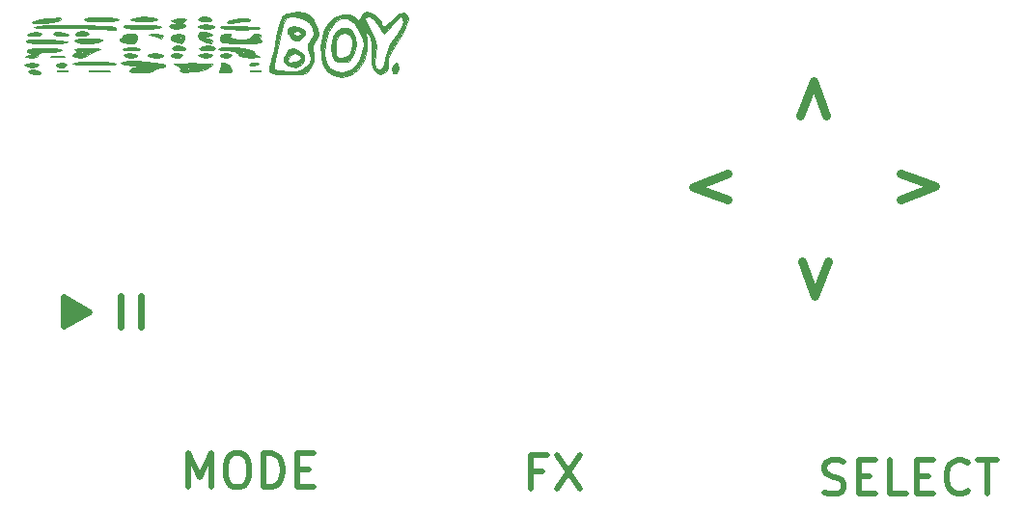
<source format=gbr>
%TF.GenerationSoftware,KiCad,Pcbnew,7.0.9*%
%TF.CreationDate,2024-07-10T14:31:19+10:00*%
%TF.ProjectId,default_panel,64656661-756c-4745-9f70-616e656c2e6b,rev?*%
%TF.SameCoordinates,Original*%
%TF.FileFunction,Legend,Top*%
%TF.FilePolarity,Positive*%
%FSLAX46Y46*%
G04 Gerber Fmt 4.6, Leading zero omitted, Abs format (unit mm)*
G04 Created by KiCad (PCBNEW 7.0.9) date 2024-07-10 14:31:19*
%MOMM*%
%LPD*%
G01*
G04 APERTURE LIST*
%ADD10C,0.600000*%
%ADD11C,0.800000*%
%ADD12C,0.500000*%
%ADD13C,0.010000*%
G04 APERTURE END LIST*
D10*
X94750000Y-126250000D02*
X94750000Y-128950000D01*
X92950000Y-126250000D02*
X92950000Y-128950000D01*
D11*
X161376190Y-115492209D02*
X164423810Y-116635066D01*
X164423810Y-116635066D02*
X161376190Y-117777923D01*
D12*
X88049999Y-126526142D02*
X88049999Y-128811857D01*
X88192857Y-126669000D02*
X88192857Y-128669000D01*
X88335714Y-126669000D02*
X88335714Y-128669000D01*
X88478571Y-126811857D02*
X88478571Y-128526142D01*
X88621428Y-126811857D02*
X88621428Y-128526142D01*
X88764285Y-126954714D02*
X88764285Y-128383285D01*
X88907142Y-126954714D02*
X88907142Y-128383285D01*
X89049999Y-127097571D02*
X89049999Y-128240428D01*
X89192857Y-127240428D02*
X89192857Y-128097571D01*
X89335714Y-127240428D02*
X89335714Y-128097571D01*
X89478571Y-127383285D02*
X89478571Y-127954714D01*
X89621428Y-127383285D02*
X89621428Y-127954714D01*
X89764285Y-127669000D02*
X89907142Y-127669000D01*
X89764285Y-127526142D02*
X89764285Y-127811857D01*
X87907142Y-126526142D02*
X90049999Y-127669000D01*
X90049999Y-127669000D02*
X87907142Y-128811857D01*
X90192857Y-127669000D02*
X87907142Y-128954714D01*
X87907142Y-128954714D02*
X87907142Y-126383285D01*
X87907142Y-126383285D02*
X90192857Y-127669000D01*
X98871428Y-143061857D02*
X98871428Y-140061857D01*
X98871428Y-140061857D02*
X99871428Y-142204714D01*
X99871428Y-142204714D02*
X100871428Y-140061857D01*
X100871428Y-140061857D02*
X100871428Y-143061857D01*
X102871428Y-140061857D02*
X103442856Y-140061857D01*
X103442856Y-140061857D02*
X103728571Y-140204714D01*
X103728571Y-140204714D02*
X104014285Y-140490428D01*
X104014285Y-140490428D02*
X104157142Y-141061857D01*
X104157142Y-141061857D02*
X104157142Y-142061857D01*
X104157142Y-142061857D02*
X104014285Y-142633285D01*
X104014285Y-142633285D02*
X103728571Y-142919000D01*
X103728571Y-142919000D02*
X103442856Y-143061857D01*
X103442856Y-143061857D02*
X102871428Y-143061857D01*
X102871428Y-143061857D02*
X102585714Y-142919000D01*
X102585714Y-142919000D02*
X102299999Y-142633285D01*
X102299999Y-142633285D02*
X102157142Y-142061857D01*
X102157142Y-142061857D02*
X102157142Y-141061857D01*
X102157142Y-141061857D02*
X102299999Y-140490428D01*
X102299999Y-140490428D02*
X102585714Y-140204714D01*
X102585714Y-140204714D02*
X102871428Y-140061857D01*
X105442856Y-143061857D02*
X105442856Y-140061857D01*
X105442856Y-140061857D02*
X106157142Y-140061857D01*
X106157142Y-140061857D02*
X106585713Y-140204714D01*
X106585713Y-140204714D02*
X106871428Y-140490428D01*
X106871428Y-140490428D02*
X107014285Y-140776142D01*
X107014285Y-140776142D02*
X107157142Y-141347571D01*
X107157142Y-141347571D02*
X107157142Y-141776142D01*
X107157142Y-141776142D02*
X107014285Y-142347571D01*
X107014285Y-142347571D02*
X106871428Y-142633285D01*
X106871428Y-142633285D02*
X106585713Y-142919000D01*
X106585713Y-142919000D02*
X106157142Y-143061857D01*
X106157142Y-143061857D02*
X105442856Y-143061857D01*
X108442856Y-141490428D02*
X109442856Y-141490428D01*
X109871428Y-143061857D02*
X108442856Y-143061857D01*
X108442856Y-143061857D02*
X108442856Y-140061857D01*
X108442856Y-140061857D02*
X109871428Y-140061857D01*
D11*
X152542209Y-110473809D02*
X153685066Y-107426190D01*
X153685066Y-107426190D02*
X154827923Y-110473809D01*
D12*
X154671428Y-143519000D02*
X155100000Y-143661857D01*
X155100000Y-143661857D02*
X155814285Y-143661857D01*
X155814285Y-143661857D02*
X156100000Y-143519000D01*
X156100000Y-143519000D02*
X156242857Y-143376142D01*
X156242857Y-143376142D02*
X156385714Y-143090428D01*
X156385714Y-143090428D02*
X156385714Y-142804714D01*
X156385714Y-142804714D02*
X156242857Y-142519000D01*
X156242857Y-142519000D02*
X156100000Y-142376142D01*
X156100000Y-142376142D02*
X155814285Y-142233285D01*
X155814285Y-142233285D02*
X155242857Y-142090428D01*
X155242857Y-142090428D02*
X154957142Y-141947571D01*
X154957142Y-141947571D02*
X154814285Y-141804714D01*
X154814285Y-141804714D02*
X154671428Y-141519000D01*
X154671428Y-141519000D02*
X154671428Y-141233285D01*
X154671428Y-141233285D02*
X154814285Y-140947571D01*
X154814285Y-140947571D02*
X154957142Y-140804714D01*
X154957142Y-140804714D02*
X155242857Y-140661857D01*
X155242857Y-140661857D02*
X155957142Y-140661857D01*
X155957142Y-140661857D02*
X156385714Y-140804714D01*
X157671428Y-142090428D02*
X158671428Y-142090428D01*
X159100000Y-143661857D02*
X157671428Y-143661857D01*
X157671428Y-143661857D02*
X157671428Y-140661857D01*
X157671428Y-140661857D02*
X159100000Y-140661857D01*
X161814286Y-143661857D02*
X160385714Y-143661857D01*
X160385714Y-143661857D02*
X160385714Y-140661857D01*
X162814285Y-142090428D02*
X163814285Y-142090428D01*
X164242857Y-143661857D02*
X162814285Y-143661857D01*
X162814285Y-143661857D02*
X162814285Y-140661857D01*
X162814285Y-140661857D02*
X164242857Y-140661857D01*
X167242857Y-143376142D02*
X167100000Y-143519000D01*
X167100000Y-143519000D02*
X166671428Y-143661857D01*
X166671428Y-143661857D02*
X166385714Y-143661857D01*
X166385714Y-143661857D02*
X165957143Y-143519000D01*
X165957143Y-143519000D02*
X165671428Y-143233285D01*
X165671428Y-143233285D02*
X165528571Y-142947571D01*
X165528571Y-142947571D02*
X165385714Y-142376142D01*
X165385714Y-142376142D02*
X165385714Y-141947571D01*
X165385714Y-141947571D02*
X165528571Y-141376142D01*
X165528571Y-141376142D02*
X165671428Y-141090428D01*
X165671428Y-141090428D02*
X165957143Y-140804714D01*
X165957143Y-140804714D02*
X166385714Y-140661857D01*
X166385714Y-140661857D02*
X166671428Y-140661857D01*
X166671428Y-140661857D02*
X167100000Y-140804714D01*
X167100000Y-140804714D02*
X167242857Y-140947571D01*
X168100000Y-140661857D02*
X169814286Y-140661857D01*
X168957143Y-143661857D02*
X168957143Y-140661857D01*
X129949999Y-141640428D02*
X128949999Y-141640428D01*
X128949999Y-143211857D02*
X128949999Y-140211857D01*
X128949999Y-140211857D02*
X130378571Y-140211857D01*
X131235714Y-140211857D02*
X133235714Y-143211857D01*
X133235714Y-140211857D02*
X131235714Y-143211857D01*
D11*
X154957790Y-123226190D02*
X153814933Y-126273810D01*
X153814933Y-126273810D02*
X152672076Y-123226190D01*
X146223809Y-117807790D02*
X143176190Y-116664933D01*
X143176190Y-116664933D02*
X146223809Y-115522076D01*
%TO.C,G\u002A\u002A\u002A*%
D13*
X85661909Y-106480744D02*
X85868296Y-106615257D01*
X85794853Y-106756906D01*
X85440549Y-106779358D01*
X84987988Y-106688968D01*
X84781437Y-106569101D01*
X84880922Y-106447547D01*
X85209183Y-106405000D01*
X85661909Y-106480744D01*
G36*
X85661909Y-106480744D02*
G01*
X85868296Y-106615257D01*
X85794853Y-106756906D01*
X85440549Y-106779358D01*
X84987988Y-106688968D01*
X84781437Y-106569101D01*
X84880922Y-106447547D01*
X85209183Y-106405000D01*
X85661909Y-106480744D01*
G37*
X87935827Y-105197667D02*
X88021000Y-105247243D01*
X87743676Y-105279196D01*
X87350834Y-105286127D01*
X86870577Y-105270287D01*
X86730105Y-105232358D01*
X86877494Y-105194778D01*
X87503475Y-105159958D01*
X87935827Y-105197667D01*
G36*
X87935827Y-105197667D02*
G01*
X88021000Y-105247243D01*
X87743676Y-105279196D01*
X87350834Y-105286127D01*
X86870577Y-105270287D01*
X86730105Y-105232358D01*
X86877494Y-105194778D01*
X87503475Y-105159958D01*
X87935827Y-105197667D01*
G37*
X88146786Y-105837190D02*
X88197500Y-105981666D01*
X87898951Y-106159480D01*
X87655842Y-106193333D01*
X87318731Y-106102285D01*
X87245000Y-105981666D01*
X87426515Y-105823901D01*
X87786659Y-105770000D01*
X88146786Y-105837190D01*
G36*
X88146786Y-105837190D02*
G01*
X88197500Y-105981666D01*
X87898951Y-106159480D01*
X87655842Y-106193333D01*
X87318731Y-106102285D01*
X87245000Y-105981666D01*
X87426515Y-105823901D01*
X87786659Y-105770000D01*
X88146786Y-105837190D01*
G37*
X88252885Y-106471234D02*
X88302364Y-106528449D01*
X87998398Y-106560553D01*
X87774167Y-106563287D01*
X87364257Y-106542447D01*
X87302067Y-106494640D01*
X87406218Y-106466963D01*
X87957743Y-106432884D01*
X88252885Y-106471234D01*
G36*
X88252885Y-106471234D02*
G01*
X88302364Y-106528449D01*
X87998398Y-106560553D01*
X87774167Y-106563287D01*
X87364257Y-106542447D01*
X87302067Y-106494640D01*
X87406218Y-106466963D01*
X87957743Y-106432884D01*
X88252885Y-106471234D01*
G37*
X102565288Y-104995789D02*
X102696667Y-105135000D01*
X102515527Y-105294114D01*
X102167500Y-105346666D01*
X101769713Y-105274210D01*
X101638334Y-105135000D01*
X101819474Y-104975885D01*
X102167500Y-104923333D01*
X102565288Y-104995789D01*
G36*
X102565288Y-104995789D02*
G01*
X102696667Y-105135000D01*
X102515527Y-105294114D01*
X102167500Y-105346666D01*
X101769713Y-105274210D01*
X101638334Y-105135000D01*
X101819474Y-104975885D01*
X102167500Y-104923333D01*
X102565288Y-104995789D01*
G37*
X104946222Y-105804143D02*
X105025000Y-105851146D01*
X104850475Y-105962333D01*
X104601667Y-106042996D01*
X104264147Y-106054867D01*
X104178334Y-105961850D01*
X104355790Y-105805918D01*
X104601667Y-105770000D01*
X104946222Y-105804143D01*
G36*
X104946222Y-105804143D02*
G01*
X105025000Y-105851146D01*
X104850475Y-105962333D01*
X104601667Y-106042996D01*
X104264147Y-106054867D01*
X104178334Y-105961850D01*
X104355790Y-105805918D01*
X104601667Y-105770000D01*
X104946222Y-105804143D01*
G37*
X105186218Y-106471234D02*
X105235697Y-106528449D01*
X104931732Y-106560553D01*
X104707500Y-106563287D01*
X104297590Y-106542447D01*
X104235400Y-106494640D01*
X104339551Y-106466963D01*
X104891077Y-106432884D01*
X105186218Y-106471234D01*
G36*
X105186218Y-106471234D02*
G01*
X105235697Y-106528449D01*
X104931732Y-106560553D01*
X104707500Y-106563287D01*
X104297590Y-106542447D01*
X104235400Y-106494640D01*
X104339551Y-106466963D01*
X104891077Y-106432884D01*
X105186218Y-106471234D01*
G37*
X87639198Y-103062306D02*
X88197500Y-103230000D01*
X88396221Y-103348215D01*
X88245140Y-103407367D01*
X87827084Y-103426789D01*
X87317056Y-103386549D01*
X87046490Y-103268120D01*
X87033334Y-103230000D01*
X87205979Y-103061095D01*
X87639198Y-103062306D01*
G36*
X87639198Y-103062306D02*
G01*
X88197500Y-103230000D01*
X88396221Y-103348215D01*
X88245140Y-103407367D01*
X87827084Y-103426789D01*
X87317056Y-103386549D01*
X87046490Y-103268120D01*
X87033334Y-103230000D01*
X87205979Y-103061095D01*
X87639198Y-103062306D01*
G37*
X117266534Y-105935940D02*
X117290837Y-106292666D01*
X117187354Y-106628532D01*
X117104626Y-106713460D01*
X116831129Y-106691733D01*
X116786439Y-106639220D01*
X116747837Y-106297744D01*
X116888245Y-105932120D01*
X117112646Y-105770000D01*
X117266534Y-105935940D01*
G36*
X117266534Y-105935940D02*
G01*
X117290837Y-106292666D01*
X117187354Y-106628532D01*
X117104626Y-106713460D01*
X116831129Y-106691733D01*
X116786439Y-106639220D01*
X116747837Y-106297744D01*
X116888245Y-105932120D01*
X117112646Y-105770000D01*
X117266534Y-105935940D01*
G37*
X85851341Y-103128432D02*
X85975000Y-103225860D01*
X85790313Y-103374240D01*
X85342009Y-103441334D01*
X85304722Y-103441666D01*
X84880964Y-103410972D01*
X84742317Y-103336114D01*
X84749585Y-103326525D01*
X85054014Y-103179846D01*
X85483741Y-103108683D01*
X85851341Y-103128432D01*
G36*
X85851341Y-103128432D02*
G01*
X85975000Y-103225860D01*
X85790313Y-103374240D01*
X85342009Y-103441334D01*
X85304722Y-103441666D01*
X84880964Y-103410972D01*
X84742317Y-103336114D01*
X84749585Y-103326525D01*
X85054014Y-103179846D01*
X85483741Y-103108683D01*
X85851341Y-103128432D01*
G37*
X90008967Y-103075658D02*
X90106675Y-103222738D01*
X90102500Y-103230000D01*
X89810732Y-103393847D01*
X89455008Y-103441666D01*
X89063237Y-103367617D01*
X88938334Y-103230000D01*
X89122546Y-103082493D01*
X89567594Y-103018416D01*
X89585825Y-103018333D01*
X90008967Y-103075658D01*
G36*
X90008967Y-103075658D02*
G01*
X90106675Y-103222738D01*
X90102500Y-103230000D01*
X89810732Y-103393847D01*
X89455008Y-103441666D01*
X89063237Y-103367617D01*
X88938334Y-103230000D01*
X89122546Y-103082493D01*
X89567594Y-103018416D01*
X89585825Y-103018333D01*
X90008967Y-103075658D01*
G37*
X91848750Y-106462474D02*
X92034920Y-106500333D01*
X91841950Y-106529145D01*
X91314013Y-106544287D01*
X91055000Y-106545503D01*
X90419012Y-106536310D01*
X90102347Y-106511811D01*
X90149176Y-106476628D01*
X90261250Y-106462474D01*
X91056044Y-106428224D01*
X91848750Y-106462474D01*
G36*
X91848750Y-106462474D02*
G01*
X92034920Y-106500333D01*
X91841950Y-106529145D01*
X91314013Y-106544287D01*
X91055000Y-106545503D01*
X90419012Y-106536310D01*
X90102347Y-106511811D01*
X90149176Y-106476628D01*
X90261250Y-106462474D01*
X91056044Y-106428224D01*
X91848750Y-106462474D01*
G37*
X94136524Y-105001377D02*
X94335834Y-105135000D01*
X94253122Y-105284907D01*
X93841310Y-105346564D01*
X93819159Y-105346666D01*
X93367934Y-105286447D01*
X93171922Y-105140960D01*
X93171667Y-105135000D01*
X93352418Y-104974502D01*
X93688342Y-104923333D01*
X94136524Y-105001377D01*
G36*
X94136524Y-105001377D02*
G01*
X94335834Y-105135000D01*
X94253122Y-105284907D01*
X93841310Y-105346564D01*
X93819159Y-105346666D01*
X93367934Y-105286447D01*
X93171922Y-105140960D01*
X93171667Y-105135000D01*
X93352418Y-104974502D01*
X93688342Y-104923333D01*
X94136524Y-105001377D01*
G37*
X94151142Y-104456904D02*
X94536947Y-104532530D01*
X94653334Y-104630508D01*
X94464695Y-104676970D01*
X93990329Y-104697836D01*
X93753750Y-104696789D01*
X93240290Y-104666303D01*
X93129308Y-104594082D01*
X93262954Y-104521810D01*
X93666425Y-104448635D01*
X94151142Y-104456904D01*
G36*
X94151142Y-104456904D02*
G01*
X94536947Y-104532530D01*
X94653334Y-104630508D01*
X94464695Y-104676970D01*
X93990329Y-104697836D01*
X93753750Y-104696789D01*
X93240290Y-104666303D01*
X93129308Y-104594082D01*
X93262954Y-104521810D01*
X93666425Y-104448635D01*
X94151142Y-104456904D01*
G37*
X96399663Y-104988580D02*
X96664167Y-105135000D01*
X96574742Y-105279030D01*
X96143525Y-105345104D01*
X96041659Y-105346666D01*
X95547051Y-105294322D01*
X95296109Y-105165346D01*
X95288334Y-105135000D01*
X95471975Y-104985245D01*
X95910842Y-104923333D01*
X96399663Y-104988580D01*
G36*
X96399663Y-104988580D02*
G01*
X96664167Y-105135000D01*
X96574742Y-105279030D01*
X96143525Y-105345104D01*
X96041659Y-105346666D01*
X95547051Y-105294322D01*
X95296109Y-105165346D01*
X95288334Y-105135000D01*
X95471975Y-104985245D01*
X95910842Y-104923333D01*
X96399663Y-104988580D01*
G37*
X98258592Y-104979696D02*
X98363116Y-105124925D01*
X98357500Y-105135000D01*
X98058073Y-105314663D01*
X97828334Y-105346666D01*
X97428347Y-105246564D01*
X97299167Y-105135000D01*
X97382722Y-104985837D01*
X97797042Y-104923529D01*
X97828334Y-104923333D01*
X98258592Y-104979696D01*
G36*
X98258592Y-104979696D02*
G01*
X98363116Y-105124925D01*
X98357500Y-105135000D01*
X98058073Y-105314663D01*
X97828334Y-105346666D01*
X97428347Y-105246564D01*
X97299167Y-105135000D01*
X97382722Y-104985837D01*
X97797042Y-104923529D01*
X97828334Y-104923333D01*
X98258592Y-104979696D01*
G37*
X98369857Y-104366377D02*
X98569167Y-104500000D01*
X98486455Y-104649907D01*
X98074643Y-104711564D01*
X98052492Y-104711666D01*
X97601267Y-104651447D01*
X97405255Y-104505960D01*
X97405000Y-104500000D01*
X97585752Y-104339502D01*
X97921675Y-104288333D01*
X98369857Y-104366377D01*
G36*
X98369857Y-104366377D02*
G01*
X98569167Y-104500000D01*
X98486455Y-104649907D01*
X98074643Y-104711564D01*
X98052492Y-104711666D01*
X97601267Y-104651447D01*
X97405255Y-104505960D01*
X97405000Y-104500000D01*
X97585752Y-104339502D01*
X97921675Y-104288333D01*
X98369857Y-104366377D01*
G37*
X100698190Y-101826377D02*
X100897500Y-101960000D01*
X100814789Y-102109907D01*
X100402977Y-102171564D01*
X100380825Y-102171666D01*
X99929601Y-102111447D01*
X99733589Y-101965960D01*
X99733334Y-101960000D01*
X99914085Y-101799502D01*
X100250008Y-101748333D01*
X100698190Y-101826377D01*
G36*
X100698190Y-101826377D02*
G01*
X100897500Y-101960000D01*
X100814789Y-102109907D01*
X100402977Y-102171564D01*
X100380825Y-102171666D01*
X99929601Y-102111447D01*
X99733589Y-101965960D01*
X99733334Y-101960000D01*
X99914085Y-101799502D01*
X100250008Y-101748333D01*
X100698190Y-101826377D01*
G37*
X100844663Y-102448580D02*
X101109167Y-102595000D01*
X101019742Y-102739030D01*
X100588525Y-102805104D01*
X100486659Y-102806666D01*
X99992051Y-102754322D01*
X99741109Y-102625346D01*
X99733334Y-102595000D01*
X99916975Y-102445245D01*
X100355842Y-102383333D01*
X100844663Y-102448580D01*
G36*
X100844663Y-102448580D02*
G01*
X101109167Y-102595000D01*
X101019742Y-102739030D01*
X100588525Y-102805104D01*
X100486659Y-102806666D01*
X99992051Y-102754322D01*
X99741109Y-102625346D01*
X99733334Y-102595000D01*
X99916975Y-102445245D01*
X100355842Y-102383333D01*
X100844663Y-102448580D01*
G37*
X101032917Y-104350775D02*
X101215000Y-104500000D01*
X101028707Y-104638973D01*
X100569679Y-104709481D01*
X100461675Y-104711666D01*
X99980054Y-104661529D01*
X99826868Y-104528893D01*
X99839167Y-104500000D01*
X100125307Y-104347501D01*
X100592492Y-104288333D01*
X101032917Y-104350775D01*
G36*
X101032917Y-104350775D02*
G01*
X101215000Y-104500000D01*
X101028707Y-104638973D01*
X100569679Y-104709481D01*
X100461675Y-104711666D01*
X99980054Y-104661529D01*
X99826868Y-104528893D01*
X99839167Y-104500000D01*
X100125307Y-104347501D01*
X100592492Y-104288333D01*
X101032917Y-104350775D01*
G37*
X85574188Y-105831310D02*
X85763285Y-105979033D01*
X85763334Y-105981666D01*
X85579402Y-106130284D01*
X85136234Y-106193317D01*
X85128334Y-106193333D01*
X84682479Y-106132022D01*
X84493382Y-105984300D01*
X84493334Y-105981666D01*
X84677265Y-105833048D01*
X85120433Y-105770016D01*
X85128334Y-105770000D01*
X85574188Y-105831310D01*
G36*
X85574188Y-105831310D02*
G01*
X85763285Y-105979033D01*
X85763334Y-105981666D01*
X85579402Y-106130284D01*
X85136234Y-106193317D01*
X85128334Y-106193333D01*
X84682479Y-106132022D01*
X84493382Y-105984300D01*
X84493334Y-105981666D01*
X84677265Y-105833048D01*
X85120433Y-105770016D01*
X85128334Y-105770000D01*
X85574188Y-105831310D01*
G37*
X90914882Y-103678410D02*
X91287937Y-103742324D01*
X91284824Y-103852535D01*
X91266667Y-103865000D01*
X90859567Y-103996562D01*
X90254439Y-104060876D01*
X89608714Y-104057941D01*
X89079824Y-103987758D01*
X88832500Y-103865000D01*
X88949894Y-103746176D01*
X89450713Y-103675049D01*
X90142925Y-103656574D01*
X90914882Y-103678410D01*
G36*
X90914882Y-103678410D02*
G01*
X91287937Y-103742324D01*
X91284824Y-103852535D01*
X91266667Y-103865000D01*
X90859567Y-103996562D01*
X90254439Y-104060876D01*
X89608714Y-104057941D01*
X89079824Y-103987758D01*
X88832500Y-103865000D01*
X88949894Y-103746176D01*
X89450713Y-103675049D01*
X90142925Y-103656574D01*
X90914882Y-103678410D01*
G37*
X95608371Y-101783129D02*
X96031225Y-101872889D01*
X96135000Y-101960000D01*
X95943620Y-102075915D01*
X95449939Y-102152798D01*
X94970834Y-102171666D01*
X94333296Y-102136870D01*
X93910442Y-102047110D01*
X93806667Y-101960000D01*
X93998047Y-101844084D01*
X94491728Y-101767201D01*
X94970834Y-101748333D01*
X95608371Y-101783129D01*
G36*
X95608371Y-101783129D02*
G01*
X96031225Y-101872889D01*
X96135000Y-101960000D01*
X95943620Y-102075915D01*
X95449939Y-102152798D01*
X94970834Y-102171666D01*
X94333296Y-102136870D01*
X93910442Y-102047110D01*
X93806667Y-101960000D01*
X93998047Y-101844084D01*
X94491728Y-101767201D01*
X94970834Y-101748333D01*
X95608371Y-101783129D01*
G37*
X96501677Y-103285190D02*
X96677784Y-103404375D01*
X96664167Y-103441666D01*
X96513195Y-103624886D01*
X96492925Y-103628290D01*
X96282980Y-103564559D01*
X95832196Y-103445409D01*
X95817500Y-103441666D01*
X95428763Y-103336137D01*
X95401482Y-103285888D01*
X95761847Y-103262374D01*
X95988742Y-103255043D01*
X96501677Y-103285190D01*
G36*
X96501677Y-103285190D02*
G01*
X96677784Y-103404375D01*
X96664167Y-103441666D01*
X96513195Y-103624886D01*
X96492925Y-103628290D01*
X96282980Y-103564559D01*
X95832196Y-103445409D01*
X95817500Y-103441666D01*
X95428763Y-103336137D01*
X95401482Y-103285888D01*
X95761847Y-103262374D01*
X95988742Y-103255043D01*
X96501677Y-103285190D01*
G37*
X100814188Y-104984643D02*
X101003285Y-105132366D01*
X101003334Y-105135000D01*
X100819402Y-105283618D01*
X100376234Y-105346650D01*
X100368334Y-105346666D01*
X99922479Y-105285356D01*
X99733382Y-105137633D01*
X99733334Y-105135000D01*
X99917265Y-104986381D01*
X100360433Y-104923349D01*
X100368334Y-104923333D01*
X100814188Y-104984643D01*
G36*
X100814188Y-104984643D02*
G01*
X101003285Y-105132366D01*
X101003334Y-105135000D01*
X100819402Y-105283618D01*
X100376234Y-105346650D01*
X100368334Y-105346666D01*
X99922479Y-105285356D01*
X99733382Y-105137633D01*
X99733334Y-105135000D01*
X99917265Y-104986381D01*
X100360433Y-104923349D01*
X100368334Y-104923333D01*
X100814188Y-104984643D01*
G37*
X87650695Y-101880768D02*
X87680665Y-101997246D01*
X87440896Y-102097142D01*
X86872787Y-102197762D01*
X86345417Y-102266230D01*
X85637174Y-102320057D01*
X85213678Y-102283917D01*
X85128334Y-102213108D01*
X85316233Y-102106218D01*
X85785921Y-101996717D01*
X86396387Y-101903185D01*
X87006616Y-101844199D01*
X87475595Y-101838341D01*
X87650695Y-101880768D01*
G36*
X87650695Y-101880768D02*
G01*
X87680665Y-101997246D01*
X87440896Y-102097142D01*
X86872787Y-102197762D01*
X86345417Y-102266230D01*
X85637174Y-102320057D01*
X85213678Y-102283917D01*
X85128334Y-102213108D01*
X85316233Y-102106218D01*
X85785921Y-101996717D01*
X86396387Y-101903185D01*
X87006616Y-101844199D01*
X87475595Y-101838341D01*
X87650695Y-101880768D01*
G37*
X102437431Y-105952735D02*
X102682814Y-106387827D01*
X102696667Y-106528145D01*
X102511804Y-106589395D01*
X102064060Y-106616585D01*
X102035749Y-106616666D01*
X101605069Y-106582709D01*
X101530322Y-106452337D01*
X101610580Y-106332608D01*
X101744853Y-106023963D01*
X101707053Y-105909274D01*
X101765094Y-105799707D01*
X102003743Y-105770000D01*
X102437431Y-105952735D01*
G36*
X102437431Y-105952735D02*
G01*
X102682814Y-106387827D01*
X102696667Y-106528145D01*
X102511804Y-106589395D01*
X102064060Y-106616585D01*
X102035749Y-106616666D01*
X101605069Y-106582709D01*
X101530322Y-106452337D01*
X101610580Y-106332608D01*
X101744853Y-106023963D01*
X101707053Y-105909274D01*
X101765094Y-105799707D01*
X102003743Y-105770000D01*
X102437431Y-105952735D01*
G37*
X103977538Y-101898682D02*
X104273584Y-101991648D01*
X104229556Y-102108912D01*
X103848342Y-102168826D01*
X103708812Y-102171666D01*
X103098521Y-102206113D01*
X102636790Y-102290057D01*
X102608145Y-102300145D01*
X102325336Y-102309758D01*
X102273334Y-102216545D01*
X102458562Y-102065238D01*
X102909293Y-101950025D01*
X103468095Y-101888606D01*
X103977538Y-101898682D01*
G36*
X103977538Y-101898682D02*
G01*
X104273584Y-101991648D01*
X104229556Y-102108912D01*
X103848342Y-102168826D01*
X103708812Y-102171666D01*
X103098521Y-102206113D01*
X102636790Y-102290057D01*
X102608145Y-102300145D01*
X102325336Y-102309758D01*
X102273334Y-102216545D01*
X102458562Y-102065238D01*
X102909293Y-101950025D01*
X103468095Y-101888606D01*
X103977538Y-101898682D01*
G37*
X94864479Y-102434743D02*
X95831565Y-102491513D01*
X96379341Y-102574129D01*
X96507780Y-102664547D01*
X96216858Y-102744723D01*
X95506549Y-102796612D01*
X94865000Y-102806666D01*
X94018811Y-102781672D01*
X93430228Y-102713145D01*
X93176171Y-102610768D01*
X93171667Y-102593493D01*
X93372156Y-102489107D01*
X93933338Y-102433597D01*
X94794782Y-102432631D01*
X94864479Y-102434743D01*
G36*
X94864479Y-102434743D02*
G01*
X95831565Y-102491513D01*
X96379341Y-102574129D01*
X96507780Y-102664547D01*
X96216858Y-102744723D01*
X95506549Y-102796612D01*
X94865000Y-102806666D01*
X94018811Y-102781672D01*
X93430228Y-102713145D01*
X93176171Y-102610768D01*
X93171667Y-102593493D01*
X93372156Y-102489107D01*
X93933338Y-102433597D01*
X94794782Y-102432631D01*
X94864479Y-102434743D01*
G37*
X86891676Y-103752351D02*
X87586641Y-103802134D01*
X88081619Y-103878073D01*
X88240721Y-103943498D01*
X88105033Y-104001094D01*
X87631041Y-104046151D01*
X86903726Y-104072450D01*
X86421119Y-104076666D01*
X85451242Y-104055650D01*
X84831180Y-103995047D01*
X84592834Y-103898526D01*
X84597935Y-103866992D01*
X84849851Y-103786045D01*
X85398980Y-103741696D01*
X86121022Y-103731335D01*
X86891676Y-103752351D01*
G36*
X86891676Y-103752351D02*
G01*
X87586641Y-103802134D01*
X88081619Y-103878073D01*
X88240721Y-103943498D01*
X88105033Y-104001094D01*
X87631041Y-104046151D01*
X86903726Y-104072450D01*
X86421119Y-104076666D01*
X85451242Y-104055650D01*
X84831180Y-103995047D01*
X84592834Y-103898526D01*
X84597935Y-103866992D01*
X84849851Y-103786045D01*
X85398980Y-103741696D01*
X86121022Y-103731335D01*
X86891676Y-103752351D01*
G37*
X91919807Y-101804727D02*
X92481024Y-101866382D01*
X92741396Y-101956086D01*
X92748334Y-101974502D01*
X92558735Y-102074883D01*
X92075142Y-102138983D01*
X91425358Y-102166539D01*
X90737187Y-102157294D01*
X90138432Y-102110985D01*
X89756896Y-102027353D01*
X89691977Y-101980727D01*
X89826599Y-101887872D01*
X90296150Y-101818666D01*
X91012392Y-101784951D01*
X91161152Y-101783563D01*
X91919807Y-101804727D01*
G36*
X91919807Y-101804727D02*
G01*
X92481024Y-101866382D01*
X92741396Y-101956086D01*
X92748334Y-101974502D01*
X92558735Y-102074883D01*
X92075142Y-102138983D01*
X91425358Y-102166539D01*
X90737187Y-102157294D01*
X90138432Y-102110985D01*
X89756896Y-102027353D01*
X89691977Y-101980727D01*
X89826599Y-101887872D01*
X90296150Y-101818666D01*
X91012392Y-101784951D01*
X91161152Y-101783563D01*
X91919807Y-101804727D01*
G37*
X90873162Y-105701644D02*
X91598682Y-105728347D01*
X92168414Y-105776027D01*
X92466689Y-105843768D01*
X92478178Y-105852621D01*
X92340858Y-105908606D01*
X91865707Y-105952337D01*
X91138183Y-105977726D01*
X90666945Y-105981666D01*
X89819565Y-105965627D01*
X89159810Y-105922613D01*
X88781257Y-105860280D01*
X88726605Y-105822916D01*
X88918577Y-105756553D01*
X89417440Y-105714831D01*
X90107525Y-105696833D01*
X90873162Y-105701644D01*
G36*
X90873162Y-105701644D02*
G01*
X91598682Y-105728347D01*
X92168414Y-105776027D01*
X92466689Y-105843768D01*
X92478178Y-105852621D01*
X92340858Y-105908606D01*
X91865707Y-105952337D01*
X91138183Y-105977726D01*
X90666945Y-105981666D01*
X89819565Y-105965627D01*
X89159810Y-105922613D01*
X88781257Y-105860280D01*
X88726605Y-105822916D01*
X88918577Y-105756553D01*
X89417440Y-105714831D01*
X90107525Y-105696833D01*
X90873162Y-105701644D01*
G37*
X103766963Y-102565611D02*
X104475776Y-102608307D01*
X105020750Y-102671579D01*
X105025000Y-102672315D01*
X105139007Y-102727962D01*
X104923049Y-102782190D01*
X104470454Y-102827772D01*
X103874551Y-102857480D01*
X103228668Y-102864089D01*
X102749584Y-102848521D01*
X102128598Y-102786197D01*
X101725265Y-102694724D01*
X101638334Y-102629935D01*
X101829998Y-102575653D01*
X102326824Y-102547817D01*
X103011563Y-102544958D01*
X103766963Y-102565611D01*
G36*
X103766963Y-102565611D02*
G01*
X104475776Y-102608307D01*
X105020750Y-102671579D01*
X105025000Y-102672315D01*
X105139007Y-102727962D01*
X104923049Y-102782190D01*
X104470454Y-102827772D01*
X103874551Y-102857480D01*
X103228668Y-102864089D01*
X102749584Y-102848521D01*
X102128598Y-102786197D01*
X101725265Y-102694724D01*
X101638334Y-102629935D01*
X101829998Y-102575653D01*
X102326824Y-102547817D01*
X103011563Y-102544958D01*
X103766963Y-102565611D01*
G37*
X94217699Y-103265814D02*
X94388329Y-103401995D01*
X94358479Y-103564811D01*
X94246409Y-103902231D01*
X94230000Y-103988145D01*
X94054723Y-104074035D01*
X93651007Y-104077399D01*
X93202029Y-104014630D01*
X92890962Y-103902124D01*
X92854167Y-103865000D01*
X92877972Y-103670266D01*
X92960000Y-103653333D01*
X93098031Y-103524395D01*
X93065834Y-103441666D01*
X93156576Y-103298779D01*
X93591459Y-103232020D01*
X93710988Y-103230000D01*
X94217699Y-103265814D01*
G36*
X94217699Y-103265814D02*
G01*
X94388329Y-103401995D01*
X94358479Y-103564811D01*
X94246409Y-103902231D01*
X94230000Y-103988145D01*
X94054723Y-104074035D01*
X93651007Y-104077399D01*
X93202029Y-104014630D01*
X92890962Y-103902124D01*
X92854167Y-103865000D01*
X92877972Y-103670266D01*
X92960000Y-103653333D01*
X93098031Y-103524395D01*
X93065834Y-103441666D01*
X93156576Y-103298779D01*
X93591459Y-103232020D01*
X93710988Y-103230000D01*
X94217699Y-103265814D01*
G37*
X100721438Y-103167338D02*
X100951900Y-103289048D01*
X100818614Y-103391349D01*
X100580000Y-103463739D01*
X100225522Y-103572248D01*
X100266872Y-103616365D01*
X100527084Y-103632234D01*
X100899245Y-103728693D01*
X101003334Y-103865000D01*
X100884448Y-104048278D01*
X100844584Y-104047841D01*
X100527849Y-103988233D01*
X100209584Y-103927286D01*
X99812134Y-103692418D01*
X99733334Y-103426945D01*
X99880703Y-103085172D01*
X100322745Y-103047270D01*
X100721438Y-103167338D01*
G36*
X100721438Y-103167338D02*
G01*
X100951900Y-103289048D01*
X100818614Y-103391349D01*
X100580000Y-103463739D01*
X100225522Y-103572248D01*
X100266872Y-103616365D01*
X100527084Y-103632234D01*
X100899245Y-103728693D01*
X101003334Y-103865000D01*
X100884448Y-104048278D01*
X100844584Y-104047841D01*
X100527849Y-103988233D01*
X100209584Y-103927286D01*
X99812134Y-103692418D01*
X99733334Y-103426945D01*
X99880703Y-103085172D01*
X100322745Y-103047270D01*
X100721438Y-103167338D01*
G37*
X98458330Y-103282654D02*
X98554873Y-103497638D01*
X98524664Y-103653333D01*
X98380696Y-103982455D01*
X98279897Y-104047841D01*
X97984571Y-103988259D01*
X97681287Y-103928820D01*
X97348033Y-103757814D01*
X97346011Y-103547500D01*
X98040000Y-103547500D01*
X98145834Y-103653333D01*
X98251667Y-103547500D01*
X98145834Y-103441666D01*
X98040000Y-103547500D01*
X97346011Y-103547500D01*
X97345699Y-103515057D01*
X97620266Y-103304962D01*
X98042830Y-103230000D01*
X98458330Y-103282654D01*
G36*
X98458330Y-103282654D02*
G01*
X98554873Y-103497638D01*
X98524664Y-103653333D01*
X98380696Y-103982455D01*
X98279897Y-104047841D01*
X97984571Y-103988259D01*
X97681287Y-103928820D01*
X97348033Y-103757814D01*
X97346011Y-103547500D01*
X98040000Y-103547500D01*
X98145834Y-103653333D01*
X98251667Y-103547500D01*
X98145834Y-103441666D01*
X98040000Y-103547500D01*
X97346011Y-103547500D01*
X97345699Y-103515057D01*
X97620266Y-103304962D01*
X98042830Y-103230000D01*
X98458330Y-103282654D01*
G37*
X98680520Y-101930746D02*
X98545222Y-102120251D01*
X98457204Y-102179934D01*
X98277010Y-102341317D01*
X98422909Y-102380092D01*
X98598274Y-102501124D01*
X98569167Y-102595000D01*
X98283026Y-102747498D01*
X97815842Y-102806666D01*
X97375417Y-102744224D01*
X97193334Y-102595000D01*
X97373270Y-102421623D01*
X97669584Y-102362234D01*
X97982830Y-102337357D01*
X97911116Y-102277293D01*
X97616667Y-102188054D01*
X97299969Y-102081991D01*
X97328933Y-102011067D01*
X97737894Y-101931271D01*
X97828334Y-101916741D01*
X98434024Y-101859756D01*
X98680520Y-101930746D01*
G36*
X98680520Y-101930746D02*
G01*
X98545222Y-102120251D01*
X98457204Y-102179934D01*
X98277010Y-102341317D01*
X98422909Y-102380092D01*
X98598274Y-102501124D01*
X98569167Y-102595000D01*
X98283026Y-102747498D01*
X97815842Y-102806666D01*
X97375417Y-102744224D01*
X97193334Y-102595000D01*
X97373270Y-102421623D01*
X97669584Y-102362234D01*
X97982830Y-102337357D01*
X97911116Y-102277293D01*
X97616667Y-102188054D01*
X97299969Y-102081991D01*
X97328933Y-102011067D01*
X97737894Y-101931271D01*
X97828334Y-101916741D01*
X98434024Y-101859756D01*
X98680520Y-101930746D01*
G37*
X108771599Y-102702251D02*
X109089851Y-102976129D01*
X109070237Y-103344814D01*
X108933021Y-103525074D01*
X108578073Y-103810003D01*
X108250265Y-103798692D01*
X107935417Y-103636379D01*
X107625772Y-103269078D01*
X107616683Y-103230000D01*
X108094167Y-103230000D01*
X108355040Y-103433415D01*
X108411667Y-103441666D01*
X108685782Y-103288422D01*
X108729167Y-103230000D01*
X108662688Y-103064929D01*
X108411667Y-103018333D01*
X108111209Y-103097887D01*
X108094167Y-103230000D01*
X107616683Y-103230000D01*
X107565000Y-103007815D01*
X107675055Y-102699387D01*
X108072026Y-102596843D01*
X108174083Y-102595000D01*
X108771599Y-102702251D01*
G36*
X108771599Y-102702251D02*
G01*
X109089851Y-102976129D01*
X109070237Y-103344814D01*
X108933021Y-103525074D01*
X108578073Y-103810003D01*
X108250265Y-103798692D01*
X107935417Y-103636379D01*
X107625772Y-103269078D01*
X107616683Y-103230000D01*
X108094167Y-103230000D01*
X108355040Y-103433415D01*
X108411667Y-103441666D01*
X108685782Y-103288422D01*
X108729167Y-103230000D01*
X108662688Y-103064929D01*
X108411667Y-103018333D01*
X108111209Y-103097887D01*
X108094167Y-103230000D01*
X107616683Y-103230000D01*
X107565000Y-103007815D01*
X107675055Y-102699387D01*
X108072026Y-102596843D01*
X108174083Y-102595000D01*
X108771599Y-102702251D01*
G37*
X108637249Y-104719113D02*
X108986889Y-105105698D01*
X108999496Y-105606673D01*
X108792667Y-105939333D01*
X108285322Y-106178166D01*
X107684534Y-106045247D01*
X107483971Y-105920144D01*
X107241451Y-105663733D01*
X107248328Y-105566904D01*
X107581922Y-105566904D01*
X107755726Y-105736073D01*
X108147084Y-105731142D01*
X108592075Y-105577834D01*
X108729167Y-105349565D01*
X108563761Y-105060300D01*
X108200947Y-104953997D01*
X107840831Y-105068035D01*
X107752355Y-105167090D01*
X107581922Y-105566904D01*
X107248328Y-105566904D01*
X107265023Y-105331865D01*
X107371657Y-105073478D01*
X107703981Y-104611720D01*
X108151309Y-104529214D01*
X108637249Y-104719113D01*
G36*
X108637249Y-104719113D02*
G01*
X108986889Y-105105698D01*
X108999496Y-105606673D01*
X108792667Y-105939333D01*
X108285322Y-106178166D01*
X107684534Y-106045247D01*
X107483971Y-105920144D01*
X107241451Y-105663733D01*
X107248328Y-105566904D01*
X107581922Y-105566904D01*
X107755726Y-105736073D01*
X108147084Y-105731142D01*
X108592075Y-105577834D01*
X108729167Y-105349565D01*
X108563761Y-105060300D01*
X108200947Y-104953997D01*
X107840831Y-105068035D01*
X107752355Y-105167090D01*
X107581922Y-105566904D01*
X107248328Y-105566904D01*
X107265023Y-105331865D01*
X107371657Y-105073478D01*
X107703981Y-104611720D01*
X108151309Y-104529214D01*
X108637249Y-104719113D01*
G37*
X87048044Y-104522159D02*
X87575315Y-104580875D01*
X87793385Y-104664508D01*
X87790573Y-104685121D01*
X87528495Y-104784937D01*
X86999544Y-104822040D01*
X86719747Y-104813601D01*
X86089901Y-104815609D01*
X85801764Y-104930992D01*
X85763334Y-105051813D01*
X85571044Y-105274783D01*
X85075417Y-105325567D01*
X84634752Y-105303164D01*
X84588239Y-105252357D01*
X84906749Y-105138178D01*
X84916667Y-105135000D01*
X85217756Y-105006135D01*
X85101154Y-104946161D01*
X85075417Y-104944432D01*
X84760758Y-104826179D01*
X84705000Y-104711666D01*
X84902113Y-104605234D01*
X85436258Y-104530976D01*
X86221649Y-104500243D01*
X86304992Y-104500000D01*
X87048044Y-104522159D01*
G36*
X87048044Y-104522159D02*
G01*
X87575315Y-104580875D01*
X87793385Y-104664508D01*
X87790573Y-104685121D01*
X87528495Y-104784937D01*
X86999544Y-104822040D01*
X86719747Y-104813601D01*
X86089901Y-104815609D01*
X85801764Y-104930992D01*
X85763334Y-105051813D01*
X85571044Y-105274783D01*
X85075417Y-105325567D01*
X84634752Y-105303164D01*
X84588239Y-105252357D01*
X84906749Y-105138178D01*
X84916667Y-105135000D01*
X85217756Y-105006135D01*
X85101154Y-104946161D01*
X85075417Y-104944432D01*
X84760758Y-104826179D01*
X84705000Y-104711666D01*
X84902113Y-104605234D01*
X85436258Y-104530976D01*
X86221649Y-104500243D01*
X86304992Y-104500000D01*
X87048044Y-104522159D01*
G37*
X89205589Y-102451516D02*
X90252368Y-102477916D01*
X91192893Y-102520546D01*
X91936793Y-102577519D01*
X92393699Y-102646948D01*
X92486899Y-102686343D01*
X92509488Y-102903628D01*
X92501389Y-102912500D01*
X92285147Y-102907184D01*
X92274658Y-102897436D01*
X92033868Y-102857665D01*
X91439720Y-102821566D01*
X90562189Y-102791598D01*
X89471248Y-102770222D01*
X88376464Y-102760411D01*
X87060128Y-102751288D01*
X86135948Y-102735220D01*
X85572769Y-102709650D01*
X85339436Y-102672021D01*
X85404795Y-102619775D01*
X85737690Y-102550357D01*
X85763334Y-102545958D01*
X86331428Y-102488567D01*
X87154749Y-102454955D01*
X88142926Y-102443234D01*
X89205589Y-102451516D01*
G36*
X89205589Y-102451516D02*
G01*
X90252368Y-102477916D01*
X91192893Y-102520546D01*
X91936793Y-102577519D01*
X92393699Y-102646948D01*
X92486899Y-102686343D01*
X92509488Y-102903628D01*
X92501389Y-102912500D01*
X92285147Y-102907184D01*
X92274658Y-102897436D01*
X92033868Y-102857665D01*
X91439720Y-102821566D01*
X90562189Y-102791598D01*
X89471248Y-102770222D01*
X88376464Y-102760411D01*
X87060128Y-102751288D01*
X86135948Y-102735220D01*
X85572769Y-102709650D01*
X85339436Y-102672021D01*
X85404795Y-102619775D01*
X85737690Y-102550357D01*
X85763334Y-102545958D01*
X86331428Y-102488567D01*
X87154749Y-102454955D01*
X88142926Y-102443234D01*
X89205589Y-102451516D01*
G37*
X94343008Y-105639078D02*
X95120565Y-105686909D01*
X95870078Y-105765199D01*
X96479753Y-105866685D01*
X96837798Y-105984100D01*
X96865250Y-106004794D01*
X96850312Y-106143532D01*
X96494833Y-106193333D01*
X96077229Y-106260872D01*
X95923334Y-106405000D01*
X95731588Y-106519141D01*
X95235390Y-106595991D01*
X94716833Y-106616666D01*
X94050913Y-106587361D01*
X93717748Y-106506157D01*
X93711417Y-106422923D01*
X94063437Y-106237489D01*
X94441667Y-106134248D01*
X94574182Y-106075944D01*
X94327144Y-106029488D01*
X93965417Y-106010491D01*
X93365555Y-105949359D01*
X93009278Y-105825706D01*
X92960000Y-105750998D01*
X93150932Y-105663858D01*
X93649199Y-105628972D01*
X94343008Y-105639078D01*
G36*
X94343008Y-105639078D02*
G01*
X95120565Y-105686909D01*
X95870078Y-105765199D01*
X96479753Y-105866685D01*
X96837798Y-105984100D01*
X96865250Y-106004794D01*
X96850312Y-106143532D01*
X96494833Y-106193333D01*
X96077229Y-106260872D01*
X95923334Y-106405000D01*
X95731588Y-106519141D01*
X95235390Y-106595991D01*
X94716833Y-106616666D01*
X94050913Y-106587361D01*
X93717748Y-106506157D01*
X93711417Y-106422923D01*
X94063437Y-106237489D01*
X94441667Y-106134248D01*
X94574182Y-106075944D01*
X94327144Y-106029488D01*
X93965417Y-106010491D01*
X93365555Y-105949359D01*
X93009278Y-105825706D01*
X92960000Y-105750998D01*
X93150932Y-105663858D01*
X93649199Y-105628972D01*
X94343008Y-105639078D01*
G37*
X103133957Y-104446149D02*
X103805396Y-104527142D01*
X104334498Y-104645653D01*
X104593515Y-104790118D01*
X104601667Y-104820839D01*
X104781554Y-105077953D01*
X105077917Y-105197286D01*
X105161151Y-105251611D01*
X104882217Y-105296888D01*
X104465563Y-105317841D01*
X103741822Y-105294482D01*
X103355514Y-105163648D01*
X103255123Y-105029166D01*
X102978194Y-104817500D01*
X103543334Y-104817500D01*
X103649167Y-104923333D01*
X103755000Y-104817500D01*
X103649167Y-104711666D01*
X103543334Y-104817500D01*
X102978194Y-104817500D01*
X102944217Y-104791531D01*
X102248871Y-104711678D01*
X102237643Y-104711666D01*
X101740961Y-104677932D01*
X101523459Y-104592699D01*
X101543084Y-104543934D01*
X101875054Y-104442980D01*
X102447928Y-104414239D01*
X103133957Y-104446149D01*
G36*
X103133957Y-104446149D02*
G01*
X103805396Y-104527142D01*
X104334498Y-104645653D01*
X104593515Y-104790118D01*
X104601667Y-104820839D01*
X104781554Y-105077953D01*
X105077917Y-105197286D01*
X105161151Y-105251611D01*
X104882217Y-105296888D01*
X104465563Y-105317841D01*
X103741822Y-105294482D01*
X103355514Y-105163648D01*
X103255123Y-105029166D01*
X102978194Y-104817500D01*
X103543334Y-104817500D01*
X103649167Y-104923333D01*
X103755000Y-104817500D01*
X103649167Y-104711666D01*
X103543334Y-104817500D01*
X102978194Y-104817500D01*
X102944217Y-104791531D01*
X102248871Y-104711678D01*
X102237643Y-104711666D01*
X101740961Y-104677932D01*
X101523459Y-104592699D01*
X101543084Y-104543934D01*
X101875054Y-104442980D01*
X102447928Y-104414239D01*
X103133957Y-104446149D01*
G37*
X105178581Y-103289785D02*
X105167948Y-103369274D01*
X105162012Y-103623788D01*
X105264421Y-103792608D01*
X105309786Y-103928180D01*
X105132920Y-104013766D01*
X104672662Y-104059614D01*
X103867848Y-104075974D01*
X103569251Y-104076666D01*
X102656869Y-104069770D01*
X102087688Y-104037379D01*
X101781649Y-103961943D01*
X101658696Y-103825908D01*
X101638334Y-103653333D01*
X101747998Y-103333930D01*
X102144306Y-103233935D01*
X102220417Y-103233241D01*
X102585420Y-103275484D01*
X102543869Y-103399821D01*
X102521225Y-103414799D01*
X102496053Y-103555590D01*
X102893454Y-103678363D01*
X103156225Y-103720445D01*
X103833218Y-103759676D01*
X104220813Y-103628251D01*
X104307502Y-103538887D01*
X104706340Y-103270166D01*
X104924863Y-103230000D01*
X105178581Y-103289785D01*
G36*
X105178581Y-103289785D02*
G01*
X105167948Y-103369274D01*
X105162012Y-103623788D01*
X105264421Y-103792608D01*
X105309786Y-103928180D01*
X105132920Y-104013766D01*
X104672662Y-104059614D01*
X103867848Y-104075974D01*
X103569251Y-104076666D01*
X102656869Y-104069770D01*
X102087688Y-104037379D01*
X101781649Y-103961943D01*
X101658696Y-103825908D01*
X101638334Y-103653333D01*
X101747998Y-103333930D01*
X102144306Y-103233935D01*
X102220417Y-103233241D01*
X102585420Y-103275484D01*
X102543869Y-103399821D01*
X102521225Y-103414799D01*
X102496053Y-103555590D01*
X102893454Y-103678363D01*
X103156225Y-103720445D01*
X103833218Y-103759676D01*
X104220813Y-103628251D01*
X104307502Y-103538887D01*
X104706340Y-103270166D01*
X104924863Y-103230000D01*
X105178581Y-103289785D01*
G37*
X100050848Y-105823103D02*
X100672571Y-105847549D01*
X100996840Y-105887497D01*
X101003334Y-105924282D01*
X100634447Y-106158052D01*
X100546565Y-106258958D01*
X100273674Y-106392676D01*
X99716755Y-106512327D01*
X99220121Y-106571223D01*
X98547997Y-106611136D01*
X98212549Y-106574977D01*
X98131135Y-106444841D01*
X98158941Y-106341334D01*
X98150778Y-106263888D01*
X98745556Y-106263888D01*
X98774611Y-106389724D01*
X98886667Y-106405000D01*
X99060892Y-106327554D01*
X99027778Y-106263888D01*
X98776579Y-106238556D01*
X98745556Y-106263888D01*
X98150778Y-106263888D01*
X98131069Y-106076908D01*
X97747514Y-105933076D01*
X97686218Y-105923212D01*
X97627313Y-105885243D01*
X97933092Y-105852254D01*
X98544904Y-105828294D01*
X99204167Y-105818424D01*
X100050848Y-105823103D01*
G36*
X100050848Y-105823103D02*
G01*
X100672571Y-105847549D01*
X100996840Y-105887497D01*
X101003334Y-105924282D01*
X100634447Y-106158052D01*
X100546565Y-106258958D01*
X100273674Y-106392676D01*
X99716755Y-106512327D01*
X99220121Y-106571223D01*
X98547997Y-106611136D01*
X98212549Y-106574977D01*
X98131135Y-106444841D01*
X98158941Y-106341334D01*
X98150778Y-106263888D01*
X98745556Y-106263888D01*
X98774611Y-106389724D01*
X98886667Y-106405000D01*
X99060892Y-106327554D01*
X99027778Y-106263888D01*
X98776579Y-106238556D01*
X98745556Y-106263888D01*
X98150778Y-106263888D01*
X98131069Y-106076908D01*
X97747514Y-105933076D01*
X97686218Y-105923212D01*
X97627313Y-105885243D01*
X97933092Y-105852254D01*
X98544904Y-105828294D01*
X99204167Y-105818424D01*
X100050848Y-105823103D01*
G37*
X90102500Y-104524907D02*
X90832465Y-104540839D01*
X91175979Y-104571666D01*
X91169890Y-104626832D01*
X90851044Y-104715783D01*
X90849025Y-104716258D01*
X90339964Y-104889886D01*
X90051656Y-105089885D01*
X90037636Y-105117925D01*
X89811330Y-105276590D01*
X89394015Y-105340801D01*
X88973013Y-105308119D01*
X88735651Y-105176103D01*
X88726667Y-105135000D01*
X88894096Y-104936148D01*
X88991250Y-104920092D01*
X89101437Y-104846915D01*
X89023421Y-104782222D01*
X89432222Y-104782222D01*
X89461278Y-104908057D01*
X89573334Y-104923333D01*
X89747559Y-104845887D01*
X89714445Y-104782222D01*
X89463246Y-104756889D01*
X89432222Y-104782222D01*
X89023421Y-104782222D01*
X88938334Y-104711666D01*
X88908579Y-104599809D01*
X89259419Y-104538264D01*
X90010174Y-104523932D01*
X90102500Y-104524907D01*
G36*
X90102500Y-104524907D02*
G01*
X90832465Y-104540839D01*
X91175979Y-104571666D01*
X91169890Y-104626832D01*
X90851044Y-104715783D01*
X90849025Y-104716258D01*
X90339964Y-104889886D01*
X90051656Y-105089885D01*
X90037636Y-105117925D01*
X89811330Y-105276590D01*
X89394015Y-105340801D01*
X88973013Y-105308119D01*
X88735651Y-105176103D01*
X88726667Y-105135000D01*
X88894096Y-104936148D01*
X88991250Y-104920092D01*
X89101437Y-104846915D01*
X89023421Y-104782222D01*
X89432222Y-104782222D01*
X89461278Y-104908057D01*
X89573334Y-104923333D01*
X89747559Y-104845887D01*
X89714445Y-104782222D01*
X89463246Y-104756889D01*
X89432222Y-104782222D01*
X89023421Y-104782222D01*
X88938334Y-104711666D01*
X88908579Y-104599809D01*
X89259419Y-104538264D01*
X90010174Y-104523932D01*
X90102500Y-104524907D01*
G37*
X112888826Y-102767097D02*
X113162815Y-102931386D01*
X113542430Y-103521479D01*
X113587616Y-104249027D01*
X113443307Y-104839831D01*
X113209246Y-105392371D01*
X112906561Y-105650030D01*
X112538125Y-105726625D01*
X111996421Y-105689868D01*
X111638542Y-105525541D01*
X111446954Y-105084590D01*
X111409022Y-104401613D01*
X111798334Y-104401613D01*
X111820981Y-104986746D01*
X111930734Y-105262857D01*
X112190312Y-105343555D01*
X112320053Y-105346666D01*
X112827947Y-105185556D01*
X113060886Y-104937248D01*
X113273967Y-104286218D01*
X113241116Y-103705232D01*
X113006551Y-103286105D01*
X112614489Y-103120651D01*
X112235197Y-103222758D01*
X111944551Y-103485504D01*
X111817052Y-103946331D01*
X111798334Y-104401613D01*
X111409022Y-104401613D01*
X111408333Y-104389217D01*
X111527995Y-103581755D01*
X111561198Y-103455197D01*
X111863502Y-103005411D01*
X112361655Y-102757857D01*
X112888826Y-102767097D01*
G36*
X112888826Y-102767097D02*
G01*
X113162815Y-102931386D01*
X113542430Y-103521479D01*
X113587616Y-104249027D01*
X113443307Y-104839831D01*
X113209246Y-105392371D01*
X112906561Y-105650030D01*
X112538125Y-105726625D01*
X111996421Y-105689868D01*
X111638542Y-105525541D01*
X111446954Y-105084590D01*
X111409022Y-104401613D01*
X111798334Y-104401613D01*
X111820981Y-104986746D01*
X111930734Y-105262857D01*
X112190312Y-105343555D01*
X112320053Y-105346666D01*
X112827947Y-105185556D01*
X113060886Y-104937248D01*
X113273967Y-104286218D01*
X113241116Y-103705232D01*
X113006551Y-103286105D01*
X112614489Y-103120651D01*
X112235197Y-103222758D01*
X111944551Y-103485504D01*
X111817052Y-103946331D01*
X111798334Y-104401613D01*
X111409022Y-104401613D01*
X111408333Y-104389217D01*
X111527995Y-103581755D01*
X111561198Y-103455197D01*
X111863502Y-103005411D01*
X112361655Y-102757857D01*
X112888826Y-102767097D01*
G37*
X109019767Y-101364691D02*
X109413334Y-101532354D01*
X109745336Y-101921826D01*
X109840417Y-102065484D01*
X110221192Y-102789793D01*
X110279456Y-103347491D01*
X110022496Y-103837382D01*
X109975096Y-103891598D01*
X109754036Y-104272074D01*
X109803178Y-104745938D01*
X109850948Y-104892731D01*
X109894044Y-105610773D01*
X109568316Y-106290601D01*
X109164769Y-106666342D01*
X108789079Y-106780885D01*
X108173833Y-106833808D01*
X107451081Y-106830496D01*
X106752872Y-106776335D01*
X106211254Y-106676711D01*
X105958274Y-106537009D01*
X105957693Y-106535541D01*
X105961426Y-106255017D01*
X106360716Y-106255017D01*
X106619852Y-106417987D01*
X106856590Y-106463081D01*
X107766232Y-106565161D01*
X108396288Y-106532043D01*
X108874226Y-106344804D01*
X109179128Y-106118286D01*
X109553075Y-105752973D01*
X109641141Y-105441935D01*
X109495132Y-104984141D01*
X109480515Y-104948717D01*
X109317455Y-104448784D01*
X109376132Y-104120296D01*
X109547916Y-103895847D01*
X109844736Y-103315599D01*
X109786248Y-102723300D01*
X109428521Y-102206806D01*
X108827624Y-101853969D01*
X108177367Y-101748333D01*
X107794606Y-101754871D01*
X107531148Y-101822880D01*
X107343111Y-102024947D01*
X107186611Y-102433660D01*
X107017766Y-103121610D01*
X106833764Y-103970833D01*
X106655202Y-104780661D01*
X106493734Y-105478529D01*
X106384487Y-105912713D01*
X106360716Y-106255017D01*
X105961426Y-106255017D01*
X105962623Y-106165115D01*
X106114577Y-105608842D01*
X106176002Y-105451358D01*
X106393655Y-104798190D01*
X106503469Y-104209744D01*
X106506667Y-104128291D01*
X106574270Y-103525305D01*
X106743794Y-102783755D01*
X106965306Y-102085252D01*
X107188876Y-101611409D01*
X107204644Y-101589583D01*
X107522931Y-101431148D01*
X108094008Y-101338121D01*
X108384668Y-101327620D01*
X109019767Y-101364691D01*
G36*
X109019767Y-101364691D02*
G01*
X109413334Y-101532354D01*
X109745336Y-101921826D01*
X109840417Y-102065484D01*
X110221192Y-102789793D01*
X110279456Y-103347491D01*
X110022496Y-103837382D01*
X109975096Y-103891598D01*
X109754036Y-104272074D01*
X109803178Y-104745938D01*
X109850948Y-104892731D01*
X109894044Y-105610773D01*
X109568316Y-106290601D01*
X109164769Y-106666342D01*
X108789079Y-106780885D01*
X108173833Y-106833808D01*
X107451081Y-106830496D01*
X106752872Y-106776335D01*
X106211254Y-106676711D01*
X105958274Y-106537009D01*
X105957693Y-106535541D01*
X105961426Y-106255017D01*
X106360716Y-106255017D01*
X106619852Y-106417987D01*
X106856590Y-106463081D01*
X107766232Y-106565161D01*
X108396288Y-106532043D01*
X108874226Y-106344804D01*
X109179128Y-106118286D01*
X109553075Y-105752973D01*
X109641141Y-105441935D01*
X109495132Y-104984141D01*
X109480515Y-104948717D01*
X109317455Y-104448784D01*
X109376132Y-104120296D01*
X109547916Y-103895847D01*
X109844736Y-103315599D01*
X109786248Y-102723300D01*
X109428521Y-102206806D01*
X108827624Y-101853969D01*
X108177367Y-101748333D01*
X107794606Y-101754871D01*
X107531148Y-101822880D01*
X107343111Y-102024947D01*
X107186611Y-102433660D01*
X107017766Y-103121610D01*
X106833764Y-103970833D01*
X106655202Y-104780661D01*
X106493734Y-105478529D01*
X106384487Y-105912713D01*
X106360716Y-106255017D01*
X105961426Y-106255017D01*
X105962623Y-106165115D01*
X106114577Y-105608842D01*
X106176002Y-105451358D01*
X106393655Y-104798190D01*
X106503469Y-104209744D01*
X106506667Y-104128291D01*
X106574270Y-103525305D01*
X106743794Y-102783755D01*
X106965306Y-102085252D01*
X107188876Y-101611409D01*
X107204644Y-101589583D01*
X107522931Y-101431148D01*
X108094008Y-101338121D01*
X108384668Y-101327620D01*
X109019767Y-101364691D01*
G37*
X114988804Y-101453810D02*
X115475781Y-101762861D01*
X115783127Y-102136080D01*
X115820000Y-102289502D01*
X115884215Y-102548568D01*
X116106623Y-102519441D01*
X116531871Y-102185857D01*
X116801388Y-101932000D01*
X117375906Y-101500551D01*
X117822930Y-101409059D01*
X118092086Y-101654746D01*
X118147829Y-102006273D01*
X118032181Y-102418836D01*
X117729359Y-103037747D01*
X117304712Y-103729588D01*
X117301162Y-103734818D01*
X116871793Y-104421404D01*
X116556505Y-105028504D01*
X116422947Y-105425708D01*
X116422760Y-105428152D01*
X116385615Y-105940739D01*
X116368766Y-106170944D01*
X116187400Y-106519448D01*
X115981644Y-106696523D01*
X115615047Y-106800713D01*
X115245177Y-106555891D01*
X115019864Y-106204520D01*
X114926832Y-105667233D01*
X114933644Y-104971979D01*
X114909572Y-104020257D01*
X114733481Y-103410604D01*
X114697635Y-103356074D01*
X114502277Y-103120871D01*
X114450979Y-103209729D01*
X114499849Y-103619259D01*
X114505476Y-104686505D01*
X114232340Y-105639094D01*
X113729235Y-106399791D01*
X113044954Y-106891361D01*
X112338790Y-107040000D01*
X111535143Y-106874996D01*
X111047879Y-106520454D01*
X110685910Y-106006911D01*
X110506808Y-105321211D01*
X110501064Y-104993335D01*
X110822940Y-104993335D01*
X110994811Y-105807904D01*
X111296876Y-106296637D01*
X111837795Y-106572293D01*
X112528756Y-106596227D01*
X113188776Y-106380596D01*
X113487062Y-106149512D01*
X113836248Y-105625146D01*
X114115296Y-104959828D01*
X114139127Y-104877058D01*
X114244615Y-104264524D01*
X114161111Y-103700727D01*
X113943729Y-103139815D01*
X113436599Y-102303509D01*
X112864208Y-101876586D01*
X112268541Y-101858909D01*
X111691586Y-102250336D01*
X111175331Y-103050731D01*
X111130485Y-103149128D01*
X110865719Y-104060810D01*
X110822940Y-104993335D01*
X110501064Y-104993335D01*
X110490056Y-104365020D01*
X110516586Y-103974230D01*
X110729026Y-103059335D01*
X111157565Y-102310284D01*
X111731705Y-101778080D01*
X112380952Y-101513726D01*
X113034808Y-101568227D01*
X113471781Y-101836170D01*
X113768926Y-102065419D01*
X113908387Y-101972567D01*
X113943466Y-101857413D01*
X114375168Y-101857413D01*
X114452606Y-102120980D01*
X114713974Y-102636981D01*
X114883823Y-102954216D01*
X115217949Y-103672196D01*
X115340358Y-104278751D01*
X115298947Y-104983179D01*
X115239560Y-105764429D01*
X115325677Y-106210657D01*
X115578226Y-106391429D01*
X115726659Y-106405000D01*
X115968384Y-106220164D01*
X116031667Y-105869034D01*
X116177043Y-105062477D01*
X116563590Y-104144977D01*
X117116932Y-103287805D01*
X117192938Y-103194839D01*
X117538235Y-102671812D01*
X117711976Y-102182480D01*
X117688333Y-101840256D01*
X117522357Y-101748333D01*
X117278294Y-101900482D01*
X116900259Y-102283999D01*
X116728607Y-102489160D01*
X116350339Y-102935121D01*
X116083065Y-103199115D01*
X116026884Y-103229993D01*
X115866733Y-103062370D01*
X115603496Y-102644636D01*
X115517303Y-102489166D01*
X115147427Y-101981507D01*
X114773046Y-101751999D01*
X114728336Y-101748333D01*
X114470723Y-101761468D01*
X114375168Y-101857413D01*
X113943466Y-101857413D01*
X113974118Y-101756795D01*
X114231061Y-101404893D01*
X114483087Y-101325000D01*
X114988804Y-101453810D01*
G36*
X114988804Y-101453810D02*
G01*
X115475781Y-101762861D01*
X115783127Y-102136080D01*
X115820000Y-102289502D01*
X115884215Y-102548568D01*
X116106623Y-102519441D01*
X116531871Y-102185857D01*
X116801388Y-101932000D01*
X117375906Y-101500551D01*
X117822930Y-101409059D01*
X118092086Y-101654746D01*
X118147829Y-102006273D01*
X118032181Y-102418836D01*
X117729359Y-103037747D01*
X117304712Y-103729588D01*
X117301162Y-103734818D01*
X116871793Y-104421404D01*
X116556505Y-105028504D01*
X116422947Y-105425708D01*
X116422760Y-105428152D01*
X116385615Y-105940739D01*
X116368766Y-106170944D01*
X116187400Y-106519448D01*
X115981644Y-106696523D01*
X115615047Y-106800713D01*
X115245177Y-106555891D01*
X115019864Y-106204520D01*
X114926832Y-105667233D01*
X114933644Y-104971979D01*
X114909572Y-104020257D01*
X114733481Y-103410604D01*
X114697635Y-103356074D01*
X114502277Y-103120871D01*
X114450979Y-103209729D01*
X114499849Y-103619259D01*
X114505476Y-104686505D01*
X114232340Y-105639094D01*
X113729235Y-106399791D01*
X113044954Y-106891361D01*
X112338790Y-107040000D01*
X111535143Y-106874996D01*
X111047879Y-106520454D01*
X110685910Y-106006911D01*
X110506808Y-105321211D01*
X110501064Y-104993335D01*
X110822940Y-104993335D01*
X110994811Y-105807904D01*
X111296876Y-106296637D01*
X111837795Y-106572293D01*
X112528756Y-106596227D01*
X113188776Y-106380596D01*
X113487062Y-106149512D01*
X113836248Y-105625146D01*
X114115296Y-104959828D01*
X114139127Y-104877058D01*
X114244615Y-104264524D01*
X114161111Y-103700727D01*
X113943729Y-103139815D01*
X113436599Y-102303509D01*
X112864208Y-101876586D01*
X112268541Y-101858909D01*
X111691586Y-102250336D01*
X111175331Y-103050731D01*
X111130485Y-103149128D01*
X110865719Y-104060810D01*
X110822940Y-104993335D01*
X110501064Y-104993335D01*
X110490056Y-104365020D01*
X110516586Y-103974230D01*
X110729026Y-103059335D01*
X111157565Y-102310284D01*
X111731705Y-101778080D01*
X112380952Y-101513726D01*
X113034808Y-101568227D01*
X113471781Y-101836170D01*
X113768926Y-102065419D01*
X113908387Y-101972567D01*
X113943466Y-101857413D01*
X114375168Y-101857413D01*
X114452606Y-102120980D01*
X114713974Y-102636981D01*
X114883823Y-102954216D01*
X115217949Y-103672196D01*
X115340358Y-104278751D01*
X115298947Y-104983179D01*
X115239560Y-105764429D01*
X115325677Y-106210657D01*
X115578226Y-106391429D01*
X115726659Y-106405000D01*
X115968384Y-106220164D01*
X116031667Y-105869034D01*
X116177043Y-105062477D01*
X116563590Y-104144977D01*
X117116932Y-103287805D01*
X117192938Y-103194839D01*
X117538235Y-102671812D01*
X117711976Y-102182480D01*
X117688333Y-101840256D01*
X117522357Y-101748333D01*
X117278294Y-101900482D01*
X116900259Y-102283999D01*
X116728607Y-102489160D01*
X116350339Y-102935121D01*
X116083065Y-103199115D01*
X116026884Y-103229993D01*
X115866733Y-103062370D01*
X115603496Y-102644636D01*
X115517303Y-102489166D01*
X115147427Y-101981507D01*
X114773046Y-101751999D01*
X114728336Y-101748333D01*
X114470723Y-101761468D01*
X114375168Y-101857413D01*
X113943466Y-101857413D01*
X113974118Y-101756795D01*
X114231061Y-101404893D01*
X114483087Y-101325000D01*
X114988804Y-101453810D01*
G37*
%TD*%
M02*

</source>
